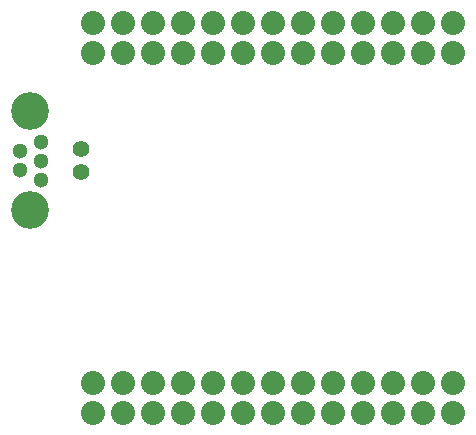
<source format=gbs>
G04 #@! TF.FileFunction,Soldermask,Bot*
%FSLAX46Y46*%
G04 Gerber Fmt 4.6, Leading zero omitted, Abs format (unit mm)*
G04 Created by KiCad (PCBNEW (2015-06-26 BZR 5832)-product) date Dienstag, 12. Januar 2016 'u45' 20:45:01*
%MOMM*%
G01*
G04 APERTURE LIST*
%ADD10C,0.150000*%
%ADD11C,1.422400*%
%ADD12C,2.032000*%
%ADD13O,2.032000X2.032000*%
%ADD14C,1.300000*%
%ADD15C,3.200000*%
G04 APERTURE END LIST*
D10*
D11*
X98044000Y-99042220D03*
X98044000Y-97045780D03*
D12*
X116840000Y-119380000D03*
X114300000Y-119380000D03*
X111760000Y-119380000D03*
X116840000Y-116840000D03*
X114300000Y-116840000D03*
X111760000Y-116840000D03*
X116840000Y-88900000D03*
X114300000Y-88900000D03*
X111760000Y-88900000D03*
X99060000Y-116840000D03*
X104140000Y-88900000D03*
X106680000Y-88900000D03*
X121920000Y-88900000D03*
X124460000Y-88900000D03*
X116840000Y-86360000D03*
X114300000Y-86360000D03*
X111760000Y-86360000D03*
X99060000Y-88900000D03*
X101600000Y-88900000D03*
X101600000Y-116840000D03*
X101600000Y-119380000D03*
X99060000Y-86360000D03*
X101600000Y-86360000D03*
X127000000Y-116840000D03*
X104140000Y-86360000D03*
X106680000Y-86360000D03*
X121920000Y-86360000D03*
X127000000Y-86360000D03*
X129540000Y-86360000D03*
X124460000Y-86360000D03*
X129540000Y-119380000D03*
X127000000Y-119380000D03*
X129540000Y-88900000D03*
X127000000Y-88900000D03*
X99060000Y-119380000D03*
X129540000Y-116840000D03*
X104140000Y-119380000D03*
X104140000Y-116840000D03*
X106680000Y-119380000D03*
X106680000Y-116840000D03*
X109220000Y-119380000D03*
X109220000Y-116840000D03*
X119380000Y-119380000D03*
X119380000Y-116840000D03*
X121920000Y-119380000D03*
X121920000Y-116840000D03*
X124460000Y-119380000D03*
X124460000Y-116840000D03*
X119380000Y-88900000D03*
D13*
X119380000Y-86360000D03*
D12*
X109220000Y-88900000D03*
D13*
X109220000Y-86360000D03*
D14*
X94626000Y-99644000D03*
X92826000Y-98844000D03*
X94626000Y-98044000D03*
X92826000Y-97244000D03*
X94626000Y-96444000D03*
D15*
X93726000Y-93844000D03*
X93726000Y-102244000D03*
M02*

</source>
